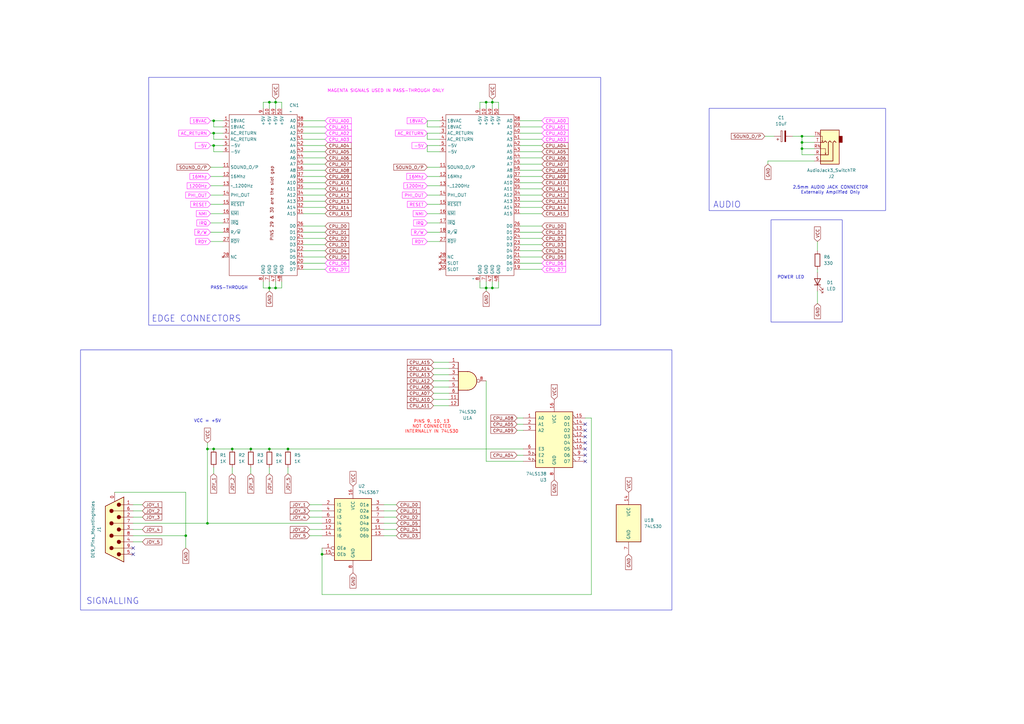
<source format=kicad_sch>
(kicad_sch (version 20250114) (generator "eeschema") (generator_version "9.0")
  (paper "A3")
  (title_block (title "StickleBack") (rev "1.1") (company "Oddsocks b5s4"))
  (lib_symbols
    (symbol "74xx:74LS138" (pin_names (offset 1.016))
      (property "Reference" "U" (at -7.62 11.43 0))
      (property "Value" "74LS138" (at -7.62 -13.97 0))
      (symbol "74LS138_1_0"
        (pin input line (at -12.7 7.62 0) (length 5.08) (name "A0") (number "1"))
        (pin input line (at -12.7 5.08 0) (length 5.08) (name "A1") (number "2"))
        (pin input line (at -12.7 2.54 0) (length 5.08) (name "A2") (number "3"))
        (pin input line (at -12.7 -5.08 0) (length 5.08) (name "E3") (number "6"))
        (pin input input_low (at -12.7 -7.62 0) (length 5.08) (name "E2") (number "5"))
        (pin input input_low (at -12.7 -10.16 0) (length 5.08) (name "E1") (number "4"))
        (pin power_in line (at 0 15.24 270) (length 5.08) (name "VCC") (number "16"))
        (pin power_in line (at 0 -17.78 90) (length 5.08) (name "GND") (number "8"))
        (pin output output_low (at 12.7 7.62 180) (length 5.08) (name "O0") (number "15"))
        (pin output output_low (at 12.7 5.08 180) (length 5.08) (name "O1") (number "14"))
        (pin output output_low (at 12.7 2.54 180) (length 5.08) (name "O2") (number "13"))
        (pin output output_low (at 12.7 0 180) (length 5.08) (name "O3") (number "12"))
        (pin output output_low (at 12.7 -2.54 180) (length 5.08) (name "O4") (number "11"))
        (pin output output_low (at 12.7 -5.08 180) (length 5.08) (name "O5") (number "10"))
        (pin output output_low (at 12.7 -7.62 180) (length 5.08) (name "O6") (number "9"))
        (pin output output_low (at 12.7 -10.16 180) (length 5.08) (name "O7") (number "7"))
      )
      (symbol "74LS138_1_1"
        (rectangle (start -7.62 10.16) (end 7.62 -12.7) (stroke (width 0.254)) (fill (type background)))
      )
    )
    (symbol "74xx:74LS30" (pin_names (offset 1.016))
      (property "Reference" "U" (at 0 1.27 0))
      (property "Value" "74LS30" (at 0 -1.27 0))
      (symbol "74LS30_1_1"
        (polyline (pts (xy -3.81 7.62) (xy -3.81 -10.16)) (stroke (width 0.254)))
        (arc (start 0 3.81) (mid 3.7934 0) (end 0 -3.81) (stroke (width 0.254)) (fill (type background)))
        (polyline (pts (xy 0 3.81) (xy -3.81 3.81) (xy -3.81 -3.81) (xy 0 -3.81)) (stroke (width 0.254)) (fill (type background)))
        (pin input line (at -7.62 7.62 0) (length 3.81) (name "~") (number "1"))
        (pin input line (at -7.62 5.08 0) (length 3.81) (name "~") (number "2"))
        (pin input line (at -7.62 2.54 0) (length 3.81) (name "~") (number "3"))
        (pin input line (at -7.62 0 0) (length 3.81) (name "~") (number "4"))
        (pin input line (at -7.62 -2.54 0) (length 3.81) (name "~") (number "5"))
        (pin input line (at -7.62 -5.08 0) (length 3.81) (name "~") (number "6"))
        (pin input line (at -7.62 -7.62 0) (length 3.81) (name "~") (number "11"))
        (pin input line (at -7.62 -10.16 0) (length 3.81) (name "~") (number "12"))
        (pin output inverted (at 7.62 0 180) (length 3.81) (name "~") (number "8"))
      )
      (symbol "74LS30_1_2"
        (arc (start -3.81 3.81) (mid -2.589 0) (end -3.81 -3.81) (stroke (width 0.254)))
        (polyline (pts (xy -3.81 7.62) (xy -3.81 3.81)) (stroke (width 0.254)))
        (polyline (pts (xy -3.81 3.81) (xy -0.635 3.81)) (stroke (width 0.254)) (fill (type background)))
        (polyline (pts (xy -3.81 -3.81) (xy -3.81 -10.16)) (stroke (width 0.254)))
        (polyline (pts (xy -3.81 -3.81) (xy -0.635 -3.81)) (stroke (width 0.254)) (fill (type background)))
        (arc (start 3.81 0) (mid 2.1855 -2.584) (end -0.6096 -3.81) (stroke (width 0.254)) (fill (type background)))
        (arc (start -0.6096 3.81) (mid 2.1928 2.5924) (end 3.81 0) (stroke (width 0.254)) (fill (type background)))
        (polyline (pts (xy -0.635 3.81) (xy -3.81 3.81) (xy -3.81 3.81) (xy -3.556 3.4036) (xy -3.0226 2.2606) (xy -2.6924 1.0414) (xy -2.6162 -0.254) (xy -2.7686 -1.4986) (xy -3.175 -2.7178) (xy -3.81 -3.81) (xy -3.81 -3.81) (xy -0.635 -3.81)) (stroke (width -25.4)) (fill (type background)))
        (pin input inverted (at -7.62 7.62 0) (length 3.81) (name "~") (number "1"))
        (pin input inverted (at -7.62 5.08 0) (length 3.81) (name "~") (number "2"))
        (pin input inverted (at -7.62 2.54 0) (length 4.5466) (name "~") (number "3"))
        (pin input inverted (at -7.62 0 0) (length 5.08) (name "~") (number "4"))
        (pin input inverted (at -7.62 -2.54 0) (length 4.5466) (name "~") (number "5"))
        (pin input inverted (at -7.62 -5.08 0) (length 3.81) (name "~") (number "6"))
        (pin input inverted (at -7.62 -7.62 0) (length 3.81) (name "~") (number "11"))
        (pin input inverted (at -7.62 -10.16 0) (length 3.81) (name "~") (number "12"))
        (pin output line (at 7.62 0 180) (length 3.81) (name "~") (number "8"))
      )
      (symbol "74LS30_2_0"
        (pin power_in line (at 0 12.7 270) (length 5.08) (name "VCC") (number "14"))
        (pin power_in line (at 0 -12.7 90) (length 5.08) (name "GND") (number "7"))
      )
      (symbol "74LS30_2_1"
        (rectangle (start -5.08 7.62) (end 5.08 -7.62) (stroke (width 0.254)) (fill (type background)))
      )
    )
    (symbol "74xx:74LS367" (pin_names (offset 1.016))
      (property "Reference" "U" (at -7.62 13.97 0))
      (property "Value" "74LS367" (at -7.62 -13.97 0))
      (symbol "74LS367_1_0"
        (pin input line (at -12.7 10.16 0) (length 5.08) (name "I1") (number "2"))
        (pin input line (at -12.7 7.62 0) (length 5.08) (name "I2") (number "4"))
        (pin input line (at -12.7 5.08 0) (length 5.08) (name "I3") (number "6"))
        (pin input line (at -12.7 2.54 0) (length 5.08) (name "I4") (number "10"))
        (pin input line (at -12.7 0 0) (length 5.08) (name "I5") (number "12"))
        (pin input line (at -12.7 -2.54 0) (length 5.08) (name "I6") (number "14"))
        (pin input inverted (at -12.7 -7.62 0) (length 5.08) (name "OEa") (number "1"))
        (pin input inverted (at -12.7 -10.16 0) (length 5.08) (name "OEb") (number "15"))
        (pin power_in line (at 0 17.78 270) (length 5.08) (name "VCC") (number "16"))
        (pin power_in line (at 0 -17.78 90) (length 5.08) (name "GND") (number "8"))
        (pin tri_state line (at 12.7 10.16 180) (length 5.08) (name "O1a") (number "3"))
        (pin tri_state line (at 12.7 7.62 180) (length 5.08) (name "O2a") (number "5"))
        (pin tri_state line (at 12.7 5.08 180) (length 5.08) (name "O3a") (number "7"))
        (pin tri_state line (at 12.7 2.54 180) (length 5.08) (name "O4a") (number "9"))
        (pin tri_state line (at 12.7 0 180) (length 5.08) (name "O5b") (number "11"))
        (pin tri_state line (at 12.7 -2.54 180) (length 5.08) (name "O6b") (number "13"))
      )
      (symbol "74LS367_1_1"
        (rectangle (start -7.62 12.7) (end 7.62 -12.7) (stroke (width 0.254)) (fill (type background)))
      )
    )
    (symbol "Connector:DE9_Pins_MountingHoles" (pin_names (offset 1.016) (hide yes))
      (property "Reference" "J" (at 0 16.51 0))
      (property "Value" "DE9_Pins_MountingHoles" (at 0 14.605 0))
      (symbol "DE9_Pins_MountingHoles_0_1"
        (polyline (pts (xy -3.81 10.16) (xy -2.54 10.16)))
        (polyline (pts (xy -3.81 7.62) (xy 0.508 7.62)))
        (polyline (pts (xy -3.81 5.08) (xy -2.54 5.08)))
        (polyline (pts (xy -3.81 2.54) (xy 0.508 2.54)))
        (polyline (pts (xy -3.81 0) (xy -2.54 0)))
        (polyline (pts (xy -3.81 -2.54) (xy 0.508 -2.54)))
        (polyline (pts (xy -3.81 -5.08) (xy -2.54 -5.08)))
        (polyline (pts (xy -3.81 -7.62) (xy 0.508 -7.62)))
        (polyline (pts (xy -3.81 -10.16) (xy -2.54 -10.16)))
        (polyline (pts (xy -3.81 -13.335) (xy -3.81 13.335) (xy 3.81 9.525) (xy 3.81 -9.525) (xy -3.81 -13.335)) (stroke (width 0.254)) (fill (type background)))
        (circle (center -1.778 10.16) (radius 0.762) (fill (type outline)))
        (circle (center -1.778 5.08) (radius 0.762) (fill (type outline)))
        (circle (center -1.778 0) (radius 0.762) (fill (type outline)))
        (circle (center -1.778 -5.08) (radius 0.762) (fill (type outline)))
        (circle (center -1.778 -10.16) (radius 0.762) (fill (type outline)))
        (circle (center 1.27 7.62) (radius 0.762) (fill (type outline)))
        (circle (center 1.27 2.54) (radius 0.762) (fill (type outline)))
        (circle (center 1.27 -2.54) (radius 0.762) (fill (type outline)))
        (circle (center 1.27 -7.62) (radius 0.762) (fill (type outline)))
      )
      (symbol "DE9_Pins_MountingHoles_1_1"
        (pin passive line (at -7.62 10.16 0) (length 3.81) (name "5") (number "5"))
        (pin passive line (at -7.62 7.62 0) (length 3.81) (name "9") (number "9"))
        (pin passive line (at -7.62 5.08 0) (length 3.81) (name "4") (number "4"))
        (pin passive line (at -7.62 2.54 0) (length 3.81) (name "8") (number "8"))
        (pin passive line (at -7.62 0 0) (length 3.81) (name "3") (number "3"))
        (pin passive line (at -7.62 -2.54 0) (length 3.81) (name "7") (number "7"))
        (pin passive line (at -7.62 -5.08 0) (length 3.81) (name "2") (number "2"))
        (pin passive line (at -7.62 -7.62 0) (length 3.81) (name "6") (number "6"))
        (pin passive line (at -7.62 -10.16 0) (length 3.81) (name "1") (number "1"))
        (pin passive line (at 0 -15.24 90) (length 3.81) (name "PAD") (number "0"))
      )
    )
    (symbol "Connector_Audio:AudioJack3_SwitchTR"
      (property "Reference" "J" (at 0 8.89 0))
      (property "Value" "AudioJack3_SwitchTR" (at 0 6.35 0))
      (symbol "AudioJack3_SwitchTR_0_1"
        (rectangle (start -5.08 -5.08) (end -6.35 -7.62) (stroke (width 0.254)) (fill (type outline)))
        (polyline (pts (xy -1.905 -5.08) (xy -1.27 -5.715) (xy -0.635 -5.08) (xy -0.635 0) (xy 2.54 0)) (stroke (width 0.254)))
        (polyline (pts (xy 0 -5.08) (xy 0.635 -5.715) (xy 1.27 -5.08) (xy 2.54 -5.08)) (stroke (width 0.254)))
        (polyline (pts (xy 0.508 -0.254) (xy 0.762 -0.762)))
        (polyline (pts (xy 1.778 -5.334) (xy 2.032 -5.842)))
        (rectangle (start 2.54 3.81) (end -5.08 -10.16) (stroke (width 0.254)) (fill (type background)))
        (polyline (pts (xy 2.54 2.54) (xy -2.54 2.54) (xy -2.54 -5.08) (xy -3.175 -5.715) (xy -3.81 -5.08)) (stroke (width 0.254)))
        (polyline (pts (xy 2.54 -2.54) (xy 0.508 -2.54) (xy 0.508 -0.254) (xy 0.254 -0.762)))
        (polyline (pts (xy 2.54 -7.62) (xy 1.778 -7.62) (xy 1.778 -5.334) (xy 1.524 -5.842)))
      )
      (symbol "AudioJack3_SwitchTR_1_1"
        (pin passive line (at 5.08 2.54 180) (length 2.54) (name "~") (number "S"))
        (pin passive line (at 5.08 0 180) (length 2.54) (name "~") (number "R"))
        (pin passive line (at 5.08 -2.54 180) (length 2.54) (name "~") (number "RN"))
        (pin passive line (at 5.08 -5.08 180) (length 2.54) (name "~") (number "T"))
        (pin passive line (at 5.08 -7.62 180) (length 2.54) (name "~") (number "TN"))
      )
    )
    (symbol "Device:C_Polarized" (pin_numbers (hide yes)) (pin_names (offset 0.254))
      (property "Reference" "C" (at 0.635 2.54 0))
      (property "Value" "C_Polarized" (at 0.635 -2.54 0))
      (symbol "C_Polarized_0_1"
        (rectangle (start -2.286 0.508) (end 2.286 1.016))
        (polyline (pts (xy -1.778 2.286) (xy -0.762 2.286)))
        (polyline (pts (xy -1.27 2.794) (xy -1.27 1.778)))
        (rectangle (start 2.286 -0.508) (end -2.286 -1.016) (fill (type outline)))
      )
      (symbol "C_Polarized_1_1"
        (pin passive line (at 0 3.81 270) (length 2.794) (name "~") (number "1"))
        (pin passive line (at 0 -3.81 90) (length 2.794) (name "~") (number "2"))
      )
    )
    (symbol "Device:LED" (pin_numbers (hide yes)) (pin_names (offset 1.016) (hide yes))
      (property "Reference" "D" (at 0 2.54 0))
      (property "Value" "LED" (at 0 -2.54 0))
      (symbol "LED_0_1"
        (polyline (pts (xy -3.048 -0.762) (xy -4.572 -2.286) (xy -3.81 -2.286) (xy -4.572 -2.286) (xy -4.572 -1.524)))
        (polyline (pts (xy -1.778 -0.762) (xy -3.302 -2.286) (xy -2.54 -2.286) (xy -3.302 -2.286) (xy -3.302 -1.524)))
        (polyline (pts (xy -1.27 0) (xy 1.27 0)))
        (polyline (pts (xy -1.27 -1.27) (xy -1.27 1.27)) (stroke (width 0.254)))
        (polyline (pts (xy 1.27 -1.27) (xy 1.27 1.27) (xy -1.27 0) (xy 1.27 -1.27)) (stroke (width 0.254)))
      )
      (symbol "LED_1_1"
        (pin passive line (at -3.81 0 0) (length 2.54) (name "K") (number "1"))
        (pin passive line (at 3.81 0 180) (length 2.54) (name "A") (number "2"))
      )
    )
    (symbol "Device:R" (pin_numbers (hide yes)) (pin_names (offset 0))
      (property "Reference" "R" (at 2.032 0 90))
      (property "Value" "R" (at 0 0 90))
      (symbol "R_0_1"
        (rectangle (start -1.016 -2.54) (end 1.016 2.54) (stroke (width 0.254)))
      )
      (symbol "R_1_1"
        (pin passive line (at 0 3.81 270) (length 1.27) (name "~") (number "1"))
        (pin passive line (at 0 -3.81 90) (length 1.27) (name "~") (number "2"))
      )
    )
    (symbol "ODDSOCKS:Electron Expansion Connector" (in_bom no)
      (property "Reference" "CN" (at 0 0 0))
      (symbol "Electron Expansion Connector_0_1"
        (rectangle (start -41.91 -10.16) (end 24.13 -38.1))
      )
      (symbol "Electron Expansion Connector_1_1"
        (pin power_out line (at -44.45 -16.51 0) (length 2.54) (name "+5V") (number "50"))
        (pin power_in line (at -44.45 -19.05 0) (length 2.54) (name "+5V") (number "49"))
        (pin power_in line (at -44.45 -21.59 0) (length 2.54) (name "+5V") (number "10"))
        (pin power_in line (at -44.45 -24.13 0) (length 2.54) (name "+5V") (number "9"))
        (pin output line (at -39.37 -7.62 270) (length 2.54) (name "A0") (number "38"))
        (pin power_in line (at -39.37 -40.64 90) (length 2.54) (name "18VAC") (number "1"))
        (pin output line (at -36.83 -7.62 270) (length 2.54) (name "A1") (number "39"))
        (pin power_out line (at -36.83 -40.64 90) (length 2.54) (name "18VAC") (number "2"))
        (pin output line (at -34.29 -7.62 270) (length 2.54) (name "A2") (number "40"))
        (pin power_in line (at -34.29 -40.64 90) (length 2.54) (name "AC_RETURN") (number "3"))
        (pin output line (at -31.75 -7.62 270) (length 2.54) (name "A3") (number "41"))
        (pin power_out line (at -31.75 -40.64 90) (length 2.54) (name "AC_RETURN") (number "4"))
        (pin output line (at -29.21 -7.62 270) (length 2.54) (name "A4") (number "42"))
        (pin power_in line (at -29.21 -40.64 90) (length 2.54) (name "-5V") (number "5"))
        (pin output line (at -26.67 -7.62 270) (length 2.54) (name "A5") (number "43"))
        (pin power_out line (at -26.67 -40.64 90) (length 2.54) (name "-5V") (number "6"))
        (pin output line (at -24.13 -7.62 270) (length 2.54) (name "A6") (number "44"))
        (pin output line (at -21.59 -7.62 270) (length 2.54) (name "A7") (number "45"))
        (pin output line (at -20.32 -40.64 90) (length 2.54) (name "SOUND_O/P") (number "11"))
        (pin output line (at -19.05 -7.62 270) (length 2.54) (name "A8") (number "46"))
        (pin output line (at -16.51 -7.62 270) (length 2.54) (name "A9") (number "37"))
        (pin output line (at -16.51 -40.64 90) (length 2.54) (name "16Mhz") (number "12"))
        (pin output line (at -13.97 -7.62 270) (length 2.54) (name "A10") (number "36"))
        (pin output line (at -12.7 -40.64 90) (length 2.54) (name "~_1200Hz") (number "13"))
        (pin output line (at -11.43 -7.62 270) (length 2.54) (name "A11") (number "35"))
        (pin output line (at -8.89 -7.62 270) (length 2.54) (name "A12") (number "34"))
        (pin output line (at -8.89 -40.64 90) (length 2.54) (name "PHI_OUT") (number "14"))
        (pin output line (at -6.35 -7.62 270) (length 2.54) (name "A13") (number "33"))
        (pin output line (at -5.08 -40.64 90) (length 2.54) (name "~{RESET}") (number "15"))
        (pin output line (at -3.81 -7.62 270) (length 2.54) (name "A14") (number "32"))
        (pin output line (at -1.27 -7.62 270) (length 2.54) (name "A15") (number "31"))
        (pin input line (at -1.27 -40.64 90) (length 2.54) (name "~{NMI}") (number "16"))
        (pin input line (at 2.54 -40.64 90) (length 2.54) (name "~{IRQ}") (number "17"))
        (pin bidirectional line (at 3.81 -7.62 270) (length 2.54) (name "D0") (number "26"))
        (pin bidirectional line (at 6.35 -7.62 270) (length 2.54) (name "D1") (number "25"))
        (pin bidirectional line (at 6.35 -40.64 90) (length 2.54) (name "R/~{W}") (number "18"))
        (pin bidirectional line (at 8.89 -7.62 270) (length 2.54) (name "D2") (number "24"))
        (pin input line (at 10.16 -40.64 90) (length 2.54) (name "~{RDY}") (number "27"))
        (pin bidirectional line (at 11.43 -7.62 270) (length 2.54) (name "D3") (number "23"))
        (pin bidirectional line (at 13.97 -7.62 270) (length 2.54) (name "D4") (number "22"))
        (pin bidirectional line (at 16.51 -7.62 270) (length 2.54) (name "D5") (number "21"))
        (pin no_connect line (at 16.51 -40.64 90) (length 2.54) (name "NC") (number "28"))
        (pin bidirectional line (at 19.05 -7.62 270) (length 2.54) (name "D6") (number "20"))
        (pin no_connect line (at 19.05 -40.64 90) (length 2.54) (name "SLOT") (number "29"))
        (pin bidirectional line (at 21.59 -7.62 270) (length 2.54) (name "D7") (number "19"))
        (pin no_connect line (at 21.59 -40.64 90) (length 2.54) (name "SLOT") (number "30"))
        (pin power_out line (at 26.67 -16.51 180) (length 2.54) (name "GND") (number "48"))
        (pin power_in line (at 26.67 -19.05 180) (length 2.54) (name "GND") (number "47"))
        (pin power_in line (at 26.67 -21.59 180) (length 2.54) (name "GND") (number "7"))
        (pin power_in line (at 26.67 -24.13 180) (length 2.54) (name "GND") (number "8"))
      )
    )
    (symbol "ODDSOCKS:Electron Expansion Connector Pass Through" (in_bom no)
      (property "Reference" "CN" (at 0 0 0))
      (symbol "Electron Expansion Connector Pass Through_0_1"
        (rectangle (start -41.91 -10.16) (end 24.13 -38.1))
      )
      (symbol "Electron Expansion Connector Pass Through_1_1"
        (text "PINS 29 & 30 are the slot gap" (at -5.588 -20.574 0) (effects (font (size 1.27 1.27))))
        (pin passive line (at -44.45 -16.51 0) (length 2.54) (name "+5V") (number "50"))
        (pin passive line (at -44.45 -19.05 0) (length 2.54) (name "+5V") (number "49"))
        (pin passive line (at -44.45 -21.59 0) (length 2.54) (name "+5V") (number "10"))
        (pin passive line (at -44.45 -24.13 0) (length 2.54) (name "+5V") (number "9"))
        (pin passive line (at -39.37 -7.62 270) (length 2.54) (name "A0") (number "38"))
        (pin passive line (at -39.37 -40.64 90) (length 2.54) (name "18VAC") (number "1"))
        (pin passive line (at -36.83 -7.62 270) (length 2.54) (name "A1") (number "39"))
        (pin passive line (at -36.83 -40.64 90) (length 2.54) (name "18VAC") (number "2"))
        (pin passive line (at -34.29 -7.62 270) (length 2.54) (name "A2") (number "40"))
        (pin passive line (at -34.29 -40.64 90) (length 2.54) (name "AC_RETURN") (number "3"))
        (pin passive line (at -31.75 -7.62 270) (length 2.54) (name "A3") (number "41"))
        (pin passive line (at -31.75 -40.64 90) (length 2.54) (name "AC_RETURN") (number "4"))
        (pin passive line (at -29.21 -7.62 270) (length 2.54) (name "A4") (number "42"))
        (pin passive line (at -29.21 -40.64 90) (length 2.54) (name "-5V") (number "5"))
        (pin passive line (at -26.67 -7.62 270) (length 2.54) (name "A5") (number "43"))
        (pin passive line (at -26.67 -40.64 90) (length 2.54) (name "-5V") (number "6"))
        (pin passive line (at -24.13 -7.62 270) (length 2.54) (name "A6") (number "44"))
        (pin passive line (at -21.59 -7.62 270) (length 2.54) (name "A7") (number "45"))
        (pin passive line (at -20.32 -40.64 90) (length 2.54) (name "SOUND_O/P") (number "11"))
        (pin passive line (at -19.05 -7.62 270) (length 2.54) (name "A8") (number "46"))
        (pin passive line (at -16.51 -7.62 270) (length 2.54) (name "A9") (number "37"))
        (pin passive line (at -16.51 -40.64 90) (length 2.54) (name "16Mhz") (number "12"))
        (pin passive line (at -13.97 -7.62 270) (length 2.54) (name "A10") (number "36"))
        (pin passive line (at -12.7 -40.64 90) (length 2.54) (name "~_1200Hz") (number "13"))
        (pin passive line (at -11.43 -7.62 270) (length 2.54) (name "A11") (number "35"))
        (pin passive line (at -8.89 -7.62 270) (length 2.54) (name "A12") (number "34"))
        (pin passive line (at -8.89 -40.64 90) (length 2.54) (name "PHI_OUT") (number "14"))
        (pin passive line (at -6.35 -7.62 270) (length 2.54) (name "A13") (number "33"))
        (pin passive line (at -5.08 -40.64 90) (length 2.54) (name "~{RESET}") (number "15"))
        (pin passive line (at -3.81 -7.62 270) (length 2.54) (name "A14") (number "32"))
        (pin passive line (at -1.27 -7.62 270) (length 2.54) (name "A15") (number "31"))
        (pin passive line (at -1.27 -40.64 90) (length 2.54) (name "~{NMI}") (number "16"))
        (pin passive line (at 2.54 -40.64 90) (length 2.54) (name "~{IRQ}") (number "17"))
        (pin passive line (at 3.81 -7.62 270) (length 2.54) (name "D0") (number "26"))
        (pin passive line (at 6.35 -7.62 270) (length 2.54) (name "D1") (number "25"))
        (pin passive line (at 6.35 -40.64 90) (length 2.54) (name "R/~{W}") (number "18"))
        (pin passive line (at 8.89 -7.62 270) (length 2.54) (name "D2") (number "24"))
        (pin passive line (at 10.16 -40.64 90) (length 2.54) (name "~{RDY}") (number "27"))
        (pin passive line (at 11.43 -7.62 270) (length 2.54) (name "D3") (number "23"))
        (pin passive line (at 13.97 -7.62 270) (length 2.54) (name "D4") (number "22"))
        (pin passive line (at 16.51 -7.62 270) (length 2.54) (name "D5") (number "21"))
        (pin no_connect line (at 16.51 -40.64 90) (length 2.54) (name "NC") (number "28"))
        (pin passive line (at 19.05 -7.62 270) (length 2.54) (name "D6") (number "20"))
        (pin passive line (at 21.59 -7.62 270) (length 2.54) (name "D7") (number "19"))
        (pin passive line (at 26.67 -16.51 180) (length 2.54) (name "GND") (number "48"))
        (pin passive line (at 26.67 -19.05 180) (length 2.54) (name "GND") (number "47"))
        (pin passive line (at 26.67 -21.59 180) (length 2.54) (name "GND") (number "7"))
        (pin passive line (at 26.67 -24.13 180) (length 2.54) (name "GND") (number "8"))
      )
    )
  )
  (rectangle (start 60.96 31.75) (end 246.38 133.35))
  (rectangle (start 316.23 90.17) (end 345.44 132.08))
  (rectangle (start 33.02 143.51) (end 275.59 250.19))
  (rectangle (start 290.83 44.45) (end 363.22 86.36))
  (text "2.5mm AUDIO JACK CONNECTOR\nExternally Amplified Only" (at 340.614 77.978 0) (effects (font (size 1.27 1.27))))
  (text "MAGENTA SIGNALS USED IN PASS-THROUGH ONLY" (at 158.242 37.338 0) (effects (font (size 1.27 1.27))))
  (text "VCC = +5V" (at 85.09 172.72 0) (effects (font (size 1.27 1.27))))
  (text "EDGE CONNECTORS" (at 80.518 130.81 0) (effects (font (size 2.54 2.54))))
  (text "POWER LED" (at 324.358 113.792 0) (effects (font (size 1.27 1.27))))
  (text "AUDIO" (at 298.196 84.074 0) (effects (font (size 2.54 2.54))))
  (text "PINS 9, 10, 13\nNOT CONNECTED\nINTERNALLY IN 74LS30\n" (at 177.038 175.006 0) (effects (font (size 1.27 1.27))))
  (text "PASS-THROUGH" (at 93.98 118.11 0) (effects (font (size 1.27 1.27))))
  (text "SIGNALLING" (at 46.228 246.634 0) (effects (font (size 2.54 2.54))))
  (junction (at 113.03 118.11))
  (junction (at 110.49 41.91))
  (junction (at 87.63 184.15))
  (junction (at 199.39 118.11))
  (junction (at 199.39 41.91))
  (junction (at 76.2 219.71))
  (junction (at 87.63 49.53))
  (junction (at 95.25 184.15))
  (junction (at 132.08 227.33))
  (junction (at 87.63 59.69))
  (junction (at 110.49 118.11))
  (junction (at 102.87 184.15))
  (junction (at 87.63 54.61))
  (junction (at 328.93 58.42))
  (junction (at 201.93 41.91))
  (junction (at 113.03 41.91))
  (junction (at 328.93 55.88))
  (junction (at 85.09 184.15))
  (junction (at 110.49 184.15))
  (junction (at 118.11 184.15))
  (junction (at 328.93 60.96))
  (junction (at 85.09 214.63))
  (junction (at 201.93 118.11))
  (no_connect (at 240.03 179.07))
  (no_connect (at 240.03 181.61))
  (no_connect (at 240.03 184.15))
  (no_connect (at 240.03 173.99))
  (no_connect (at 240.03 186.69))
  (no_connect (at 54.61 227.33))
  (no_connect (at 240.03 176.53))
  (no_connect (at 54.61 224.79))
  (no_connect (at 240.03 189.23))
  (wire (pts (xy 124.46 72.39) (xy 133.35 72.39)))
  (wire (pts (xy 124.46 57.15) (xy 133.35 57.15)))
  (wire (pts (xy 213.36 82.55) (xy 222.25 82.55)))
  (wire (pts (xy 175.26 49.53) (xy 175.26 52.07)))
  (wire (pts (xy 199.39 119.38) (xy 199.39 118.11)))
  (wire (pts (xy 87.63 52.07) (xy 91.44 52.07)))
  (wire (pts (xy 213.36 59.69) (xy 222.25 59.69)))
  (wire (pts (xy 86.36 80.01) (xy 91.44 80.01)))
  (wire (pts (xy 175.26 83.82) (xy 180.34 83.82)))
  (wire (pts (xy 87.63 184.15) (xy 95.25 184.15)))
  (wire (pts (xy 334.01 58.42) (xy 328.93 58.42)))
  (wire (pts (xy 157.48 212.09) (xy 162.56 212.09)))
  (wire (pts (xy 85.09 181.61) (xy 85.09 184.15)))
  (wire (pts (xy 124.46 95.25) (xy 133.35 95.25)))
  (wire (pts (xy 102.87 194.31) (xy 102.87 191.77)))
  (wire (pts (xy 87.63 49.53) (xy 87.63 52.07)))
  (wire (pts (xy 113.03 41.91) (xy 115.57 41.91)))
  (wire (pts (xy 199.39 189.23) (xy 214.63 189.23)))
  (wire (pts (xy 213.36 92.71) (xy 222.25 92.71)))
  (wire (pts (xy 175.26 52.07) (xy 180.34 52.07)))
  (wire (pts (xy 334.01 60.96) (xy 328.93 60.96)))
  (wire (pts (xy 102.87 184.15) (xy 110.49 184.15)))
  (wire (pts (xy 314.96 66.04) (xy 334.01 66.04)))
  (wire (pts (xy 124.46 67.31) (xy 133.35 67.31)))
  (wire (pts (xy 124.46 52.07) (xy 133.35 52.07)))
  (wire (pts (xy 242.57 171.45) (xy 240.03 171.45)))
  (wire (pts (xy 213.36 74.93) (xy 222.25 74.93)))
  (wire (pts (xy 242.57 171.45) (xy 242.57 243.84)))
  (wire (pts (xy 118.11 184.15) (xy 214.63 184.15)))
  (wire (pts (xy 201.93 40.64) (xy 201.93 41.91)))
  (wire (pts (xy 213.36 72.39) (xy 222.25 72.39)))
  (wire (pts (xy 86.36 87.63) (xy 91.44 87.63)))
  (wire (pts (xy 213.36 87.63) (xy 222.25 87.63)))
  (wire (pts (xy 87.63 194.31) (xy 87.63 191.77)))
  (wire (pts (xy 87.63 49.53) (xy 91.44 49.53)))
  (wire (pts (xy 124.46 77.47) (xy 133.35 77.47)))
  (wire (pts (xy 213.36 110.49) (xy 222.25 110.49)))
  (wire (pts (xy 124.46 110.49) (xy 133.35 110.49)))
  (wire (pts (xy 175.26 91.44) (xy 180.34 91.44)))
  (wire (pts (xy 175.26 57.15) (xy 180.34 57.15)))
  (wire (pts (xy 107.95 115.57) (xy 107.95 118.11)))
  (wire (pts (xy 204.47 118.11) (xy 204.47 115.57)))
  (wire (pts (xy 213.36 64.77) (xy 222.25 64.77)))
  (wire (pts (xy 213.36 49.53) (xy 222.25 49.53)))
  (wire (pts (xy 201.93 115.57) (xy 201.93 118.11)))
  (wire (pts (xy 201.93 41.91) (xy 201.93 44.45)))
  (wire (pts (xy 213.36 54.61) (xy 222.25 54.61)))
  (wire (pts (xy 204.47 41.91) (xy 204.47 44.45)))
  (wire (pts (xy 213.36 102.87) (xy 222.25 102.87)))
  (wire (pts (xy 113.03 118.11) (xy 115.57 118.11)))
  (wire (pts (xy 115.57 118.11) (xy 115.57 115.57)))
  (wire (pts (xy 124.46 102.87) (xy 133.35 102.87)))
  (wire (pts (xy 335.28 119.38) (xy 335.28 124.46)))
  (wire (pts (xy 325.12 55.88) (xy 328.93 55.88)))
  (wire (pts (xy 213.36 69.85) (xy 222.25 69.85)))
  (wire (pts (xy 115.57 41.91) (xy 115.57 44.45)))
  (wire (pts (xy 213.36 107.95) (xy 222.25 107.95)))
  (wire (pts (xy 184.15 163.83) (xy 177.8 163.83)))
  (wire (pts (xy 127 217.17) (xy 132.08 217.17)))
  (wire (pts (xy 124.46 64.77) (xy 133.35 64.77)))
  (wire (pts (xy 213.36 105.41) (xy 222.25 105.41)))
  (wire (pts (xy 76.2 201.93) (xy 76.2 219.71)))
  (wire (pts (xy 54.61 214.63) (xy 85.09 214.63)))
  (wire (pts (xy 113.03 40.64) (xy 113.03 41.91)))
  (wire (pts (xy 328.93 55.88) (xy 328.93 58.42)))
  (wire (pts (xy 87.63 59.69) (xy 87.63 62.23)))
  (wire (pts (xy 132.08 227.33) (xy 132.08 243.84)))
  (wire (pts (xy 201.93 41.91) (xy 204.47 41.91)))
  (wire (pts (xy 87.63 54.61) (xy 91.44 54.61)))
  (wire (pts (xy 157.48 214.63) (xy 162.56 214.63)))
  (wire (pts (xy 54.61 222.25) (xy 58.42 222.25)))
  (wire (pts (xy 213.36 62.23) (xy 222.25 62.23)))
  (wire (pts (xy 110.49 184.15) (xy 118.11 184.15)))
  (wire (pts (xy 87.63 54.61) (xy 87.63 57.15)))
  (wire (pts (xy 184.15 166.37) (xy 177.8 166.37)))
  (wire (pts (xy 124.46 69.85) (xy 133.35 69.85)))
  (wire (pts (xy 184.15 153.67) (xy 177.8 153.67)))
  (wire (pts (xy 213.36 67.31) (xy 222.25 67.31)))
  (wire (pts (xy 95.25 184.15) (xy 102.87 184.15)))
  (wire (pts (xy 184.15 151.13) (xy 177.8 151.13)))
  (wire (pts (xy 184.15 148.59) (xy 177.8 148.59)))
  (wire (pts (xy 54.61 219.71) (xy 76.2 219.71)))
  (wire (pts (xy 127 207.01) (xy 132.08 207.01)))
  (wire (pts (xy 184.15 158.75) (xy 177.8 158.75)))
  (wire (pts (xy 124.46 62.23) (xy 133.35 62.23)))
  (wire (pts (xy 213.36 77.47) (xy 222.25 77.47)))
  (wire (pts (xy 212.09 176.53) (xy 214.63 176.53)))
  (wire (pts (xy 86.36 83.82) (xy 91.44 83.82)))
  (wire (pts (xy 199.39 41.91) (xy 201.93 41.91)))
  (wire (pts (xy 46.99 201.93) (xy 76.2 201.93)))
  (wire (pts (xy 196.85 118.11) (xy 199.39 118.11)))
  (wire (pts (xy 212.09 173.99) (xy 214.63 173.99)))
  (wire (pts (xy 328.93 58.42) (xy 328.93 60.96)))
  (wire (pts (xy 54.61 217.17) (xy 58.42 217.17)))
  (wire (pts (xy 175.26 49.53) (xy 180.34 49.53)))
  (wire (pts (xy 86.36 54.61) (xy 87.63 54.61)))
  (wire (pts (xy 113.03 41.91) (xy 113.03 44.45)))
  (wire (pts (xy 124.46 107.95) (xy 133.35 107.95)))
  (wire (pts (xy 199.39 41.91) (xy 199.39 44.45)))
  (wire (pts (xy 175.26 62.23) (xy 180.34 62.23)))
  (wire (pts (xy 110.49 119.38) (xy 110.49 118.11)))
  (wire (pts (xy 175.26 68.58) (xy 180.34 68.58)))
  (wire (pts (xy 86.36 49.53) (xy 87.63 49.53)))
  (wire (pts (xy 110.49 115.57) (xy 110.49 118.11)))
  (wire (pts (xy 124.46 49.53) (xy 133.35 49.53)))
  (wire (pts (xy 113.03 115.57) (xy 113.03 118.11)))
  (wire (pts (xy 87.63 59.69) (xy 91.44 59.69)))
  (wire (pts (xy 212.09 186.69) (xy 214.63 186.69)))
  (wire (pts (xy 157.48 219.71) (xy 162.56 219.71)))
  (wire (pts (xy 314.96 67.31) (xy 314.96 66.04)))
  (wire (pts (xy 313.69 55.88) (xy 317.5 55.88)))
  (wire (pts (xy 86.36 99.06) (xy 91.44 99.06)))
  (wire (pts (xy 184.15 161.29) (xy 177.8 161.29)))
  (wire (pts (xy 110.49 118.11) (xy 113.03 118.11)))
  (wire (pts (xy 85.09 184.15) (xy 85.09 214.63)))
  (wire (pts (xy 54.61 212.09) (xy 58.42 212.09)))
  (wire (pts (xy 110.49 194.31) (xy 110.49 191.77)))
  (wire (pts (xy 157.48 217.17) (xy 162.56 217.17)))
  (wire (pts (xy 213.36 85.09) (xy 222.25 85.09)))
  (wire (pts (xy 86.36 68.58) (xy 91.44 68.58)))
  (wire (pts (xy 124.46 80.01) (xy 133.35 80.01)))
  (wire (pts (xy 107.95 41.91) (xy 110.49 41.91)))
  (wire (pts (xy 118.11 194.31) (xy 118.11 191.77)))
  (wire (pts (xy 199.39 115.57) (xy 199.39 118.11)))
  (wire (pts (xy 157.48 207.01) (xy 162.56 207.01)))
  (wire (pts (xy 175.26 59.69) (xy 175.26 62.23)))
  (wire (pts (xy 175.26 76.2) (xy 180.34 76.2)))
  (wire (pts (xy 199.39 156.21) (xy 199.39 189.23)))
  (wire (pts (xy 213.36 100.33) (xy 222.25 100.33)))
  (wire (pts (xy 54.61 207.01) (xy 58.42 207.01)))
  (wire (pts (xy 124.46 85.09) (xy 133.35 85.09)))
  (wire (pts (xy 86.36 91.44) (xy 91.44 91.44)))
  (wire (pts (xy 175.26 54.61) (xy 175.26 57.15)))
  (wire (pts (xy 124.46 82.55) (xy 133.35 82.55)))
  (wire (pts (xy 175.26 72.39) (xy 180.34 72.39)))
  (wire (pts (xy 184.15 156.21) (xy 177.8 156.21)))
  (wire (pts (xy 124.46 92.71) (xy 133.35 92.71)))
  (wire (pts (xy 212.09 171.45) (xy 214.63 171.45)))
  (wire (pts (xy 87.63 62.23) (xy 91.44 62.23)))
  (wire (pts (xy 86.36 72.39) (xy 91.44 72.39)))
  (wire (pts (xy 124.46 54.61) (xy 133.35 54.61)))
  (wire (pts (xy 175.26 80.01) (xy 180.34 80.01)))
  (wire (pts (xy 124.46 59.69) (xy 133.35 59.69)))
  (wire (pts (xy 175.26 87.63) (xy 180.34 87.63)))
  (wire (pts (xy 175.26 59.69) (xy 180.34 59.69)))
  (wire (pts (xy 196.85 44.45) (xy 196.85 41.91)))
  (wire (pts (xy 335.28 99.06) (xy 335.28 102.87)))
  (wire (pts (xy 107.95 44.45) (xy 107.95 41.91)))
  (wire (pts (xy 124.46 97.79) (xy 133.35 97.79)))
  (wire (pts (xy 213.36 52.07) (xy 222.25 52.07)))
  (wire (pts (xy 76.2 219.71) (xy 76.2 224.79)))
  (wire (pts (xy 124.46 105.41) (xy 133.35 105.41)))
  (wire (pts (xy 157.48 209.55) (xy 162.56 209.55)))
  (wire (pts (xy 87.63 57.15) (xy 91.44 57.15)))
  (wire (pts (xy 328.93 60.96) (xy 328.93 63.5)))
  (wire (pts (xy 85.09 214.63) (xy 132.08 214.63)))
  (wire (pts (xy 334.01 55.88) (xy 328.93 55.88)))
  (wire (pts (xy 132.08 243.84) (xy 242.57 243.84)))
  (wire (pts (xy 124.46 74.93) (xy 133.35 74.93)))
  (wire (pts (xy 175.26 95.25) (xy 180.34 95.25)))
  (wire (pts (xy 127 219.71) (xy 132.08 219.71)))
  (wire (pts (xy 213.36 97.79) (xy 222.25 97.79)))
  (wire (pts (xy 54.61 209.55) (xy 58.42 209.55)))
  (wire (pts (xy 86.36 59.69) (xy 87.63 59.69)))
  (wire (pts (xy 127 212.09) (xy 132.08 212.09)))
  (wire (pts (xy 175.26 54.61) (xy 180.34 54.61)))
  (wire (pts (xy 95.25 194.31) (xy 95.25 191.77)))
  (wire (pts (xy 110.49 41.91) (xy 110.49 44.45)))
  (wire (pts (xy 213.36 80.01) (xy 222.25 80.01)))
  (wire (pts (xy 85.09 184.15) (xy 87.63 184.15)))
  (wire (pts (xy 213.36 95.25) (xy 222.25 95.25)))
  (wire (pts (xy 124.46 87.63) (xy 133.35 87.63)))
  (wire (pts (xy 201.93 118.11) (xy 204.47 118.11)))
  (wire (pts (xy 213.36 57.15) (xy 222.25 57.15)))
  (wire (pts (xy 110.49 41.91) (xy 113.03 41.91)))
  (wire (pts (xy 86.36 95.25) (xy 91.44 95.25)))
  (wire (pts (xy 124.46 100.33) (xy 133.35 100.33)))
  (wire (pts (xy 199.39 118.11) (xy 201.93 118.11)))
  (wire (pts (xy 127 209.55) (xy 132.08 209.55)))
  (wire (pts (xy 196.85 115.57) (xy 196.85 118.11)))
  (wire (pts (xy 175.26 99.06) (xy 180.34 99.06)))
  (wire (pts (xy 132.08 224.79) (xy 132.08 227.33)))
  (wire (pts (xy 107.95 118.11) (xy 110.49 118.11)))
  (wire (pts (xy 196.85 41.91) (xy 199.39 41.91)))
  (wire (pts (xy 335.28 110.49) (xy 335.28 111.76)))
  (wire (pts (xy 334.01 63.5) (xy 328.93 63.5)))
  (wire (pts (xy 86.36 76.2) (xy 91.44 76.2)))
  (global_label "16Mhz" (shape input) (at 86.36 72.39 180) (property "Intersheetrefs" "${INTERSHEET_REFS}" (effects (hide yes))))
  (global_label "CPU_A04" (shape input) (at 212.09 186.69 180) (property "Intersheetrefs" "${INTERSHEET_REFS}" (effects (hide yes))))
  (global_label "CPU_A11" (shape input) (at 177.8 166.37 180) (property "Intersheetrefs" "${INTERSHEET_REFS}" (effects (hide yes))))
  (global_label "CPU_A07" (shape input) (at 177.8 161.29 180) (property "Intersheetrefs" "${INTERSHEET_REFS}" (effects (hide yes))))
  (global_label "CPU_A10" (shape input) (at 222.25 74.93 0) (property "Intersheetrefs" "${INTERSHEET_REFS}" (effects (hide yes))))
  (global_label "CPU_A09" (shape input) (at 212.09 176.53 180) (property "Intersheetrefs" "${INTERSHEET_REFS}" (effects (hide yes))))
  (global_label "NMI" (shape input) (at 86.36 87.63 180) (property "Intersheetrefs" "${INTERSHEET_REFS}" (effects (hide yes))))
  (global_label "GND" (shape input) (at 257.81 227.33 270) (property "Intersheetrefs" "${INTERSHEET_REFS}" (effects (hide yes))))
  (global_label "CPU_A09" (shape input) (at 133.35 72.39 0) (property "Intersheetrefs" "${INTERSHEET_REFS}" (effects (hide yes))))
  (global_label "CPU_A00" (shape input) (at 133.35 49.53 0) (property "Intersheetrefs" "${INTERSHEET_REFS}" (effects (hide yes))))
  (global_label "CPU_A08" (shape input) (at 222.25 69.85 0) (property "Intersheetrefs" "${INTERSHEET_REFS}" (effects (hide yes))))
  (global_label "VCC" (shape input) (at 144.78 199.39 90) (property "Intersheetrefs" "${INTERSHEET_REFS}" (effects (hide yes))))
  (global_label "CPU_A10" (shape input) (at 177.8 163.83 180) (property "Intersheetrefs" "${INTERSHEET_REFS}" (effects (hide yes))))
  (global_label "CPU_D1" (shape input) (at 133.35 95.25 0) (property "Intersheetrefs" "${INTERSHEET_REFS}" (effects (hide yes))))
  (global_label "CPU_D0" (shape input) (at 162.56 207.01 0) (property "Intersheetrefs" "${INTERSHEET_REFS}" (effects (hide yes))))
  (global_label "RESET" (shape input) (at 86.36 83.82 180) (property "Intersheetrefs" "${INTERSHEET_REFS}" (effects (hide yes))))
  (global_label "VCC" (shape input) (at 257.81 201.93 90) (property "Intersheetrefs" "${INTERSHEET_REFS}" (effects (hide yes))))
  (global_label "GND" (shape input) (at 110.49 119.38 270) (property "Intersheetrefs" "${INTERSHEET_REFS}" (effects (hide yes))))
  (global_label "CPU_D0" (shape input) (at 222.25 92.71 0) (property "Intersheetrefs" "${INTERSHEET_REFS}" (effects (hide yes))))
  (global_label "R{slash}W" (shape input) (at 175.26 95.25 180) (property "Intersheetrefs" "${INTERSHEET_REFS}" (effects (hide yes))))
  (global_label "SOUND_O{slash}P" (shape input) (at 86.36 68.58 180) (property "Intersheetrefs" "${INTERSHEET_REFS}" (effects (hide yes))))
  (global_label "NMI" (shape input) (at 175.26 87.63 180) (property "Intersheetrefs" "${INTERSHEET_REFS}" (effects (hide yes))))
  (global_label "RDY" (shape input) (at 86.36 99.06 180) (property "Intersheetrefs" "${INTERSHEET_REFS}" (effects (hide yes))))
  (global_label "CPU_A14" (shape input) (at 222.25 85.09 0) (property "Intersheetrefs" "${INTERSHEET_REFS}" (effects (hide yes))))
  (global_label "JOY_2" (shape input) (at 58.42 209.55 0) (property "Intersheetrefs" "${INTERSHEET_REFS}" (effects (hide yes))))
  (global_label "JOY_2" (shape input) (at 95.25 194.31 270) (property "Intersheetrefs" "${INTERSHEET_REFS}" (effects (hide yes))))
  (global_label "CPU_A07" (shape input) (at 133.35 67.31 0) (property "Intersheetrefs" "${INTERSHEET_REFS}" (effects (hide yes))))
  (global_label "RESET" (shape input) (at 175.26 83.82 180) (property "Intersheetrefs" "${INTERSHEET_REFS}" (effects (hide yes))))
  (global_label "AC_RETURN" (shape input) (at 175.26 54.61 180) (property "Intersheetrefs" "${INTERSHEET_REFS}" (effects (hide yes))))
  (global_label "PHI_OUT" (shape input) (at 175.26 80.01 180) (property "Intersheetrefs" "${INTERSHEET_REFS}" (effects (hide yes))))
  (global_label "GND" (shape input) (at 199.39 119.38 270) (property "Intersheetrefs" "${INTERSHEET_REFS}" (effects (hide yes))))
  (global_label "CPU_A12" (shape input) (at 177.8 156.21 180) (property "Intersheetrefs" "${INTERSHEET_REFS}" (effects (hide yes))))
  (global_label "1200Hz" (shape input) (at 175.26 76.2 180) (property "Intersheetrefs" "${INTERSHEET_REFS}" (effects (hide yes))))
  (global_label "CPU_D4" (shape input) (at 222.25 102.87 0) (property "Intersheetrefs" "${INTERSHEET_REFS}" (effects (hide yes))))
  (global_label "CPU_A12" (shape input) (at 222.25 80.01 0) (property "Intersheetrefs" "${INTERSHEET_REFS}" (effects (hide yes))))
  (global_label "CPU_A04" (shape input) (at 133.35 59.69 0) (property "Intersheetrefs" "${INTERSHEET_REFS}" (effects (hide yes))))
  (global_label "CPU_D1" (shape input) (at 162.56 209.55 0) (property "Intersheetrefs" "${INTERSHEET_REFS}" (effects (hide yes))))
  (global_label "VCC" (shape input) (at 113.03 40.64 90) (property "Intersheetrefs" "${INTERSHEET_REFS}" (effects (hide yes))))
  (global_label "SOUND_O{slash}P" (shape input) (at 313.69 55.88 180) (property "Intersheetrefs" "${INTERSHEET_REFS}" (effects (hide yes))))
  (global_label "VCC" (shape input) (at 335.28 99.06 90) (property "Intersheetrefs" "${INTERSHEET_REFS}" (effects (hide yes))))
  (global_label "VCC" (shape input) (at 85.09 181.61 90) (property "Intersheetrefs" "${INTERSHEET_REFS}" (effects (hide yes))))
  (global_label "AC_RETURN" (shape input) (at 86.36 54.61 180) (property "Intersheetrefs" "${INTERSHEET_REFS}" (effects (hide yes))))
  (global_label "CPU_A00" (shape input) (at 222.25 49.53 0) (property "Intersheetrefs" "${INTERSHEET_REFS}" (effects (hide yes))))
  (global_label "CPU_D5" (shape input) (at 133.35 105.41 0) (property "Intersheetrefs" "${INTERSHEET_REFS}" (effects (hide yes))))
  (global_label "CPU_A12" (shape input) (at 133.35 80.01 0) (property "Intersheetrefs" "${INTERSHEET_REFS}" (effects (hide yes))))
  (global_label "CPU_A07" (shape input) (at 222.25 67.31 0) (property "Intersheetrefs" "${INTERSHEET_REFS}" (effects (hide yes))))
  (global_label "1200Hz" (shape input) (at 86.36 76.2 180) (property "Intersheetrefs" "${INTERSHEET_REFS}" (effects (hide yes))))
  (global_label "JOY_1" (shape input) (at 58.42 207.01 0) (property "Intersheetrefs" "${INTERSHEET_REFS}" (effects (hide yes))))
  (global_label "CPU_A13" (shape input) (at 133.35 82.55 0) (property "Intersheetrefs" "${INTERSHEET_REFS}" (effects (hide yes))))
  (global_label "CPU_D2" (shape input) (at 162.56 212.09 0) (property "Intersheetrefs" "${INTERSHEET_REFS}" (effects (hide yes))))
  (global_label "JOY_2" (shape input) (at 127 217.17 180) (property "Intersheetrefs" "${INTERSHEET_REFS}" (effects (hide yes))))
  (global_label "CPU_A13" (shape input) (at 222.25 82.55 0) (property "Intersheetrefs" "${INTERSHEET_REFS}" (effects (hide yes))))
  (global_label "JOY_4" (shape input) (at 58.42 217.17 0) (property "Intersheetrefs" "${INTERSHEET_REFS}" (effects (hide yes))))
  (global_label "JOY_4" (shape input) (at 110.49 194.31 270) (property "Intersheetrefs" "${INTERSHEET_REFS}" (effects (hide yes))))
  (global_label "CPU_A04" (shape input) (at 222.25 59.69 0) (property "Intersheetrefs" "${INTERSHEET_REFS}" (effects (hide yes))))
  (global_label "CPU_A05" (shape input) (at 212.09 173.99 180) (property "Intersheetrefs" "${INTERSHEET_REFS}" (effects (hide yes))))
  (global_label "CPU_D5" (shape input) (at 162.56 214.63 0) (property "Intersheetrefs" "${INTERSHEET_REFS}" (effects (hide yes))))
  (global_label "IRQ" (shape input) (at 175.26 91.44 180) (property "Intersheetrefs" "${INTERSHEET_REFS}" (effects (hide yes))))
  (global_label "CPU_D2" (shape input) (at 222.25 97.79 0) (property "Intersheetrefs" "${INTERSHEET_REFS}" (effects (hide yes))))
  (global_label "GND" (shape input) (at 314.96 67.31 270) (property "Intersheetrefs" "${INTERSHEET_REFS}" (effects (hide yes))))
  (global_label "CPU_D4" (shape input) (at 133.35 102.87 0) (property "Intersheetrefs" "${INTERSHEET_REFS}" (effects (hide yes))))
  (global_label "JOY_5" (shape input) (at 118.11 194.31 270) (property "Intersheetrefs" "${INTERSHEET_REFS}" (effects (hide yes))))
  (global_label "PHI_OUT" (shape input) (at 86.36 80.01 180) (property "Intersheetrefs" "${INTERSHEET_REFS}" (effects (hide yes))))
  (global_label "SOUND_O{slash}P" (shape input) (at 175.26 68.58 180) (property "Intersheetrefs" "${INTERSHEET_REFS}" (effects (hide yes))))
  (global_label "CPU_A15" (shape input) (at 222.25 87.63 0) (property "Intersheetrefs" "${INTERSHEET_REFS}" (effects (hide yes))))
  (global_label "JOY_3" (shape input) (at 58.42 212.09 0) (property "Intersheetrefs" "${INTERSHEET_REFS}" (effects (hide yes))))
  (global_label "JOY_1" (shape input) (at 87.63 194.31 270) (property "Intersheetrefs" "${INTERSHEET_REFS}" (effects (hide yes))))
  (global_label "CPU_D5" (shape input) (at 222.25 105.41 0) (property "Intersheetrefs" "${INTERSHEET_REFS}" (effects (hide yes))))
  (global_label "18VAC" (shape input) (at 175.26 49.53 180) (property "Intersheetrefs" "${INTERSHEET_REFS}" (effects (hide yes))))
  (global_label "CPU_A09" (shape input) (at 222.25 72.39 0) (property "Intersheetrefs" "${INTERSHEET_REFS}" (effects (hide yes))))
  (global_label "JOY_3" (shape input) (at 102.87 194.31 270) (property "Intersheetrefs" "${INTERSHEET_REFS}" (effects (hide yes))))
  (global_label "CPU_A15" (shape input) (at 133.35 87.63 0) (property "Intersheetrefs" "${INTERSHEET_REFS}" (effects (hide yes))))
  (global_label "CPU_A06" (shape input) (at 133.35 64.77 0) (property "Intersheetrefs" "${INTERSHEET_REFS}" (effects (hide yes))))
  (global_label "CPU_D0" (shape input) (at 133.35 92.71 0) (property "Intersheetrefs" "${INTERSHEET_REFS}" (effects (hide yes))))
  (global_label "CPU_D6" (shape input) (at 222.25 107.95 0) (property "Intersheetrefs" "${INTERSHEET_REFS}" (effects (hide yes))))
  (global_label "R{slash}W" (shape input) (at 86.36 95.25 180) (property "Intersheetrefs" "${INTERSHEET_REFS}" (effects (hide yes))))
  (global_label "CPU_A08" (shape input) (at 212.09 171.45 180) (property "Intersheetrefs" "${INTERSHEET_REFS}" (effects (hide yes))))
  (global_label "CPU_A10" (shape input) (at 133.35 74.93 0) (property "Intersheetrefs" "${INTERSHEET_REFS}" (effects (hide yes))))
  (global_label "VCC" (shape input) (at 201.93 40.64 90) (property "Intersheetrefs" "${INTERSHEET_REFS}" (effects (hide yes))))
  (global_label "JOY_5" (shape input) (at 58.42 222.25 0) (property "Intersheetrefs" "${INTERSHEET_REFS}" (effects (hide yes))))
  (global_label "CPU_D3" (shape input) (at 133.35 100.33 0) (property "Intersheetrefs" "${INTERSHEET_REFS}" (effects (hide yes))))
  (global_label "GND" (shape input) (at 144.78 234.95 270) (property "Intersheetrefs" "${INTERSHEET_REFS}" (effects (hide yes))))
  (global_label "CPU_D3" (shape input) (at 162.56 219.71 0) (property "Intersheetrefs" "${INTERSHEET_REFS}" (effects (hide yes))))
  (global_label "JOY_4" (shape input) (at 127 212.09 180) (property "Intersheetrefs" "${INTERSHEET_REFS}" (effects (hide yes))))
  (global_label "16Mhz" (shape input) (at 175.26 72.39 180) (property "Intersheetrefs" "${INTERSHEET_REFS}" (effects (hide yes))))
  (global_label "GND" (shape input) (at 76.2 224.79 270) (property "Intersheetrefs" "${INTERSHEET_REFS}" (effects (hide yes))))
  (global_label "CPU_A11" (shape input) (at 222.25 77.47 0) (property "Intersheetrefs" "${INTERSHEET_REFS}" (effects (hide yes))))
  (global_label "VCC" (shape input) (at 227.33 163.83 90) (property "Intersheetrefs" "${INTERSHEET_REFS}" (effects (hide yes))))
  (global_label "CPU_A01" (shape input) (at 222.25 52.07 0) (property "Intersheetrefs" "${INTERSHEET_REFS}" (effects (hide yes))))
  (global_label "JOY_5" (shape input) (at 127 219.71 180) (property "Intersheetrefs" "${INTERSHEET_REFS}" (effects (hide yes))))
  (global_label "CPU_A05" (shape input) (at 222.25 62.23 0) (property "Intersheetrefs" "${INTERSHEET_REFS}" (effects (hide yes))))
  (global_label "CPU_A15" (shape input) (at 177.8 148.59 180) (property "Intersheetrefs" "${INTERSHEET_REFS}" (effects (hide yes))))
  (global_label "CPU_D7" (shape input) (at 133.35 110.49 0) (property "Intersheetrefs" "${INTERSHEET_REFS}" (effects (hide yes))))
  (global_label "CPU_A06" (shape input) (at 222.25 64.77 0) (property "Intersheetrefs" "${INTERSHEET_REFS}" (effects (hide yes))))
  (global_label "CPU_A13" (shape input) (at 177.8 153.67 180) (property "Intersheetrefs" "${INTERSHEET_REFS}" (effects (hide yes))))
  (global_label "CPU_D3" (shape input) (at 222.25 100.33 0) (property "Intersheetrefs" "${INTERSHEET_REFS}" (effects (hide yes))))
  (global_label "CPU_A14" (shape input) (at 177.8 151.13 180) (property "Intersheetrefs" "${INTERSHEET_REFS}" (effects (hide yes))))
  (global_label "GND" (shape input) (at 227.33 196.85 270) (property "Intersheetrefs" "${INTERSHEET_REFS}" (effects (hide yes))))
  (global_label "-5V" (shape input) (at 86.36 59.69 180) (property "Intersheetrefs" "${INTERSHEET_REFS}" (effects (hide yes))))
  (global_label "CPU_A08" (shape input) (at 133.35 69.85 0) (property "Intersheetrefs" "${INTERSHEET_REFS}" (effects (hide yes))))
  (global_label "CPU_D7" (shape input) (at 222.25 110.49 0) (property "Intersheetrefs" "${INTERSHEET_REFS}" (effects (hide yes))))
  (global_label "CPU_A14" (shape input) (at 133.35 85.09 0) (property "Intersheetrefs" "${INTERSHEET_REFS}" (effects (hide yes))))
  (global_label "RDY" (shape input) (at 175.26 99.06 180) (property "Intersheetrefs" "${INTERSHEET_REFS}" (effects (hide yes))))
  (global_label "CPU_A03" (shape input) (at 222.25 57.15 0) (property "Intersheetrefs" "${INTERSHEET_REFS}" (effects (hide yes))))
  (global_label "-5V" (shape input) (at 175.26 59.69 180) (property "Intersheetrefs" "${INTERSHEET_REFS}" (effects (hide yes))))
  (global_label "CPU_A02" (shape input) (at 133.35 54.61 0) (property "Intersheetrefs" "${INTERSHEET_REFS}" (effects (hide yes))))
  (global_label "CPU_D2" (shape input) (at 133.35 97.79 0) (property "Intersheetrefs" "${INTERSHEET_REFS}" (effects (hide yes))))
  (global_label "CPU_D6" (shape input) (at 133.35 107.95 0) (property "Intersheetrefs" "${INTERSHEET_REFS}" (effects (hide yes))))
  (global_label "CPU_A01" (shape input) (at 133.35 52.07 0) (property "Intersheetrefs" "${INTERSHEET_REFS}" (effects (hide yes))))
  (global_label "CPU_A02" (shape input) (at 222.25 54.61 0) (property "Intersheetrefs" "${INTERSHEET_REFS}" (effects (hide yes))))
  (global_label "CPU_D1" (shape input) (at 222.25 95.25 0) (property "Intersheetrefs" "${INTERSHEET_REFS}" (effects (hide yes))))
  (global_label "CPU_A05" (shape input) (at 133.35 62.23 0) (property "Intersheetrefs" "${INTERSHEET_REFS}" (effects (hide yes))))
  (global_label "JOY_3" (shape input) (at 127 209.55 180) (property "Intersheetrefs" "${INTERSHEET_REFS}" (effects (hide yes))))
  (global_label "GND" (shape input) (at 335.28 124.46 270) (property "Intersheetrefs" "${INTERSHEET_REFS}" (effects (hide yes))))
  (global_label "CPU_D4" (shape input) (at 162.56 217.17 0) (property "Intersheetrefs" "${INTERSHEET_REFS}" (effects (hide yes))))
  (global_label "JOY_1" (shape input) (at 127 207.01 180) (property "Intersheetrefs" "${INTERSHEET_REFS}" (effects (hide yes))))
  (global_label "CPU_A06" (shape input) (at 177.8 158.75 180) (property "Intersheetrefs" "${INTERSHEET_REFS}" (effects (hide yes))))
  (global_label "CPU_A03" (shape input) (at 133.35 57.15 0) (property "Intersheetrefs" "${INTERSHEET_REFS}" (effects (hide yes))))
  (global_label "18VAC" (shape input) (at 86.36 49.53 180) (property "Intersheetrefs" "${INTERSHEET_REFS}" (effects (hide yes))))
  (global_label "CPU_A11" (shape input) (at 133.35 77.47 0) (property "Intersheetrefs" "${INTERSHEET_REFS}" (effects (hide yes))))
  (global_label "IRQ" (shape input) (at 86.36 91.44 180) (property "Intersheetrefs" "${INTERSHEET_REFS}" (effects (hide yes))))
  (symbol (lib_id "Device:R") (at 335.28 106.68 0) (unit 1)
    (property "Reference" "R6" (at 337.82 105.4099 0) (effects (justify left)))
    (property "Value" "330" (at 337.82 107.9499 0) (effects (justify left)))
    (property "Footprint" "Resistor_THT:R_Axial_DIN0207_L6.3mm_D2.5mm_P10.16mm_Horizontal" (effects (hide yes)))
    (property "Description" "Resistor" (effects (hide yes)))
  )
  (symbol (lib_id "74xx:74LS30") (at 191.77 156.21 0) (unit 1)
    (property "Reference" "U1" (at 191.7617 171.45 0))
    (property "Value" "74LS30" (at 191.7617 168.91 0))
    (property "Footprint" "Package_DIP:DIP-14_W7.62mm_Socket" (effects (hide yes)))
    (property "Datasheet" "http://www.ti.com/lit/gpn/sn74LS30" (effects (hide yes)))
    (property "Description" "8-input NAND" (effects (hide yes)))
  )
  (symbol (lib_id "Device:R") (at 95.25 187.96 0) (unit 1)
    (property "Reference" "R2" (at 97.79 186.6899 0) (effects (justify left)))
    (property "Value" "1K" (at 97.79 189.2299 0) (effects (justify left)))
    (property "Footprint" "Resistor_THT:R_Axial_DIN0207_L6.3mm_D2.5mm_P10.16mm_Horizontal" (effects (hide yes)))
    (property "Description" "Resistor" (effects (hide yes)))
  )
  (symbol (lib_id "Device:R") (at 87.63 187.96 0) (unit 1)
    (property "Reference" "R1" (at 90.17 186.6899 0) (effects (justify left)))
    (property "Value" "1K" (at 90.17 189.2299 0) (effects (justify left)))
    (property "Footprint" "Resistor_THT:R_Axial_DIN0207_L6.3mm_D2.5mm_P10.16mm_Horizontal" (effects (hide yes)))
    (property "Description" "Resistor" (effects (hide yes)))
  )
  (symbol (lib_id "74xx:74LS30") (at 257.81 214.63 0) (unit 2)
    (property "Reference" "U1" (at 264.16 213.3599 0) (effects (justify left)))
    (property "Value" "74LS30" (at 264.16 215.8999 0) (effects (justify left)))
    (property "Footprint" "Package_DIP:DIP-14_W7.62mm_Socket" (effects (hide yes)))
    (property "Datasheet" "http://www.ti.com/lit/gpn/sn74LS30" (effects (hide yes)))
    (property "Description" "8-input NAND" (effects (hide yes)))
  )
  (symbol (lib_id "Device:C_Polarized") (at 321.31 55.88 90) (unit 1)
    (property "Reference" "C1" (at 320.421 48.26 90))
    (property "Value" "10uF" (at 320.421 50.8 90))
    (property "Footprint" "Capacitor_THT:CP_Radial_D5.0mm_P2.50mm" (effects (hide yes)))
    (property "Description" "Polarized capacitor" (effects (hide yes)))
  )
  (symbol (lib_id "Device:LED") (at 335.28 115.57 90) (unit 1)
    (property "Reference" "D1" (at 339.09 115.8874 90) (effects (justify right)))
    (property "Value" "LED" (at 339.09 118.4274 90) (effects (justify right)))
    (property "Footprint" "LED_THT:LED_D5.0mm" (effects (hide yes)))
    (property "Description" "Light emitting diode" (effects (hide yes)))
    (property "Sim.Pins" "1=K 2=A" (effects (hide yes)))
  )
  (symbol (lib_id "ODDSOCKS:Electron Expansion Connector") (at 220.98 88.9 270) (unit 1) (in_bom no)
    (property "Reference" "CN2" (effects (hide yes)))
    (property "Value" "~" (at 194.7067 114.3 90) (effects (justify right)))
    (property "Footprint" "ODDSOCKS:Acorn Electron TE 5530843-5 PADS" (effects (hide yes)))
  )
  (symbol (lib_id "Connector_Audio:AudioJack3_SwitchTR") (at 339.09 63.5 180) (unit 1)
    (property "Reference" "J2" (at 340.995 72.39 0))
    (property "Value" "AudioJack3_SwitchTR" (at 340.995 69.85 0))
    (property "Footprint" "Connector_Audio:Jack_3.5mm_CUI_SJ1-3525N_Horizontal" (effects (hide yes)))
    (property "Description" "Audio Jack, 3 Poles (Stereo / TRS), Switched TR Poles (Normalling)" (effects (hide yes)))
  )
  (symbol (lib_id "Connector:DE9_Pins_MountingHoles") (at 46.99 217.17 180) (unit 1)
    (property "Reference" "J1" (at 40.64 217.17 90))
    (property "Value" "DE9_Pins_MountingHoles" (at 38.1 217.17 90))
    (property "Footprint" "Connector_Dsub:DSUB-9_Pins_Horizontal_P2.77x2.84mm_EdgePinOffset14.56mm_Housed_MountingHolesOffset15.98mm" (effects (hide yes)))
    (property "Description" "9-pin D-SUB connector, pins (male), Mounting Hole" (effects (hide yes)))
  )
  (symbol (lib_id "Device:R") (at 110.49 187.96 0) (unit 1)
    (property "Reference" "R4" (at 113.03 186.6899 0) (effects (justify left)))
    (property "Value" "1K" (at 113.03 189.2299 0) (effects (justify left)))
    (property "Footprint" "Resistor_THT:R_Axial_DIN0207_L6.3mm_D2.5mm_P10.16mm_Horizontal" (effects (hide yes)))
    (property "Description" "Resistor" (effects (hide yes)))
  )
  (symbol (lib_id "Device:R") (at 102.87 187.96 0) (unit 1)
    (property "Reference" "R3" (at 105.41 186.6899 0) (effects (justify left)))
    (property "Value" "1K" (at 105.41 189.2299 0) (effects (justify left)))
    (property "Footprint" "Resistor_THT:R_Axial_DIN0207_L6.3mm_D2.5mm_P10.16mm_Horizontal" (effects (hide yes)))
    (property "Description" "Resistor" (effects (hide yes)))
  )
  (symbol (lib_id "ODDSOCKS:Electron Expansion Connector Pass Through") (at 132.08 88.9 270) (unit 1) (in_bom no)
    (property "Reference" "CN1" (at 118.6881 43.18 90) (effects (justify left)))
    (property "Value" "~" (at 118.6881 45.72 90) (effects (justify left)))
    (property "Footprint" "ODDSOCKS:Acorn Electron Expansion Edge Connector" (effects (hide yes)))
  )
  (symbol (lib_id "74xx:74LS138") (at 227.33 179.07 0) (unit 1)
    (property "Reference" "U3" (at 224.2119 196.85 0) (effects (justify right)))
    (property "Value" "74LS138" (at 224.2119 194.31 0) (effects (justify right)))
    (property "Footprint" "Package_DIP:DIP-16_W7.62mm_Socket" (effects (hide yes)))
    (property "Datasheet" "http://www.ti.com/lit/gpn/sn74LS138" (effects (hide yes)))
    (property "Description" "Decoder 3 to 8 active low outputs" (effects (hide yes)))
  )
  (symbol (lib_id "74xx:74LS367") (at 144.78 217.17 0) (unit 1)
    (property "Reference" "U2" (at 146.9233 199.39 0) (effects (justify left)))
    (property "Value" "74LS367" (at 146.9233 201.93 0) (effects (justify left)))
    (property "Footprint" "Package_DIP:DIP-16_W7.62mm_Socket" (effects (hide yes)))
    (property "Datasheet" "http://www.ti.com/lit/gpn/sn74LS367" (effects (hide yes)))
    (property "Description" "Hex Bus Driver 3-state outputs" (effects (hide yes)))
  )
  (symbol (lib_id "Device:R") (at 118.11 187.96 0) (unit 1)
    (property "Reference" "R5" (at 120.65 186.6899 0) (effects (justify left)))
    (property "Value" "1K" (at 120.65 189.2299 0) (effects (justify left)))
    (property "Footprint" "Resistor_THT:R_Axial_DIN0207_L6.3mm_D2.5mm_P10.16mm_Horizontal" (effects (hide yes)))
    (property "Description" "Resistor" (effects (hide yes)))
  )
)
</source>
